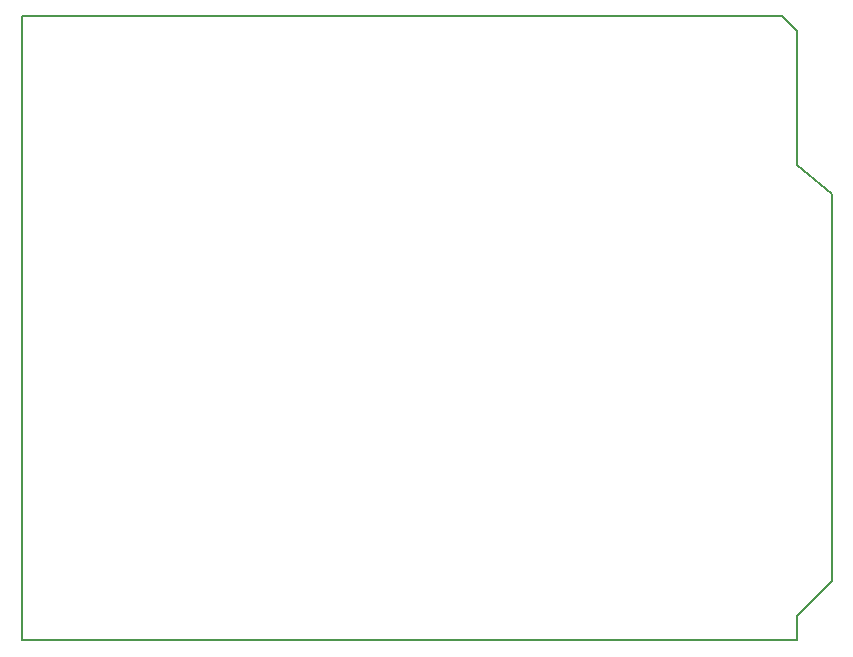
<source format=gm1>
G04 MADE WITH FRITZING*
G04 WWW.FRITZING.ORG*
G04 DOUBLE SIDED*
G04 HOLES PLATED*
G04 CONTOUR ON CENTER OF CONTOUR VECTOR*
%ASAXBY*%
%FSLAX23Y23*%
%MOIN*%
%OFA0B0*%
%SFA1.0B1.0*%
%ADD10C,0.008*%
%LNCONTOUR*%
G90*
G70*
G54D10*
X2596Y1596D02*
X2596Y2041D01*
X2547Y2090D01*
X11Y2090D01*
X11Y11D01*
X2596Y11D01*
X2596Y91D01*
X2713Y208D01*
X2713Y1497D01*
X2596Y1596D01*
D02*
G04 End of contour*
M02*
</source>
